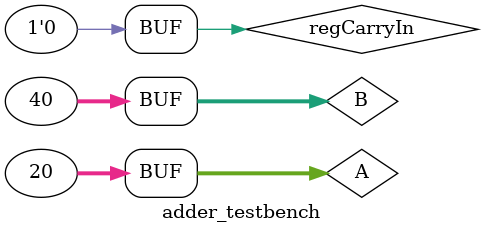
<source format=v>
`define DELAY 20
module adder_testbench();
 
reg [31:0] A, B;
reg regCarryIn;

wire [31:0] wireSum;
wire wireCarryOut, wireTemp;

adder testAdder (A, B, regCarryIn, wireSum, wireCarryOut, wireTemp);

initial begin
A = 32'd25; B = 32'd15; regCarryIn = 1'd0;
#`DELAY;
A = 32'd10; B = 32'd2; regCarryIn = 1'd0;
#`DELAY;
A = 32'd190; B = 32'd25; regCarryIn = 1'd0;
#`DELAY;
A = 32'd0; B = 32'd10; regCarryIn = 1'd0;
#`DELAY;
A = 32'd19; B = 32'd11; regCarryIn = 1'd0;
#`DELAY;
A = 32'd20; B = 32'd40; regCarryIn = 1'd0;
end
 
 
initial
begin
$monitor("time = %2d, A =%d, B=%d, regCarryIn=%d, wireSum=%d, wireCarryOut=%d", $time, A, B, regCarryIn, wireSum, wireCarryOut);
end
 
endmodule

</source>
